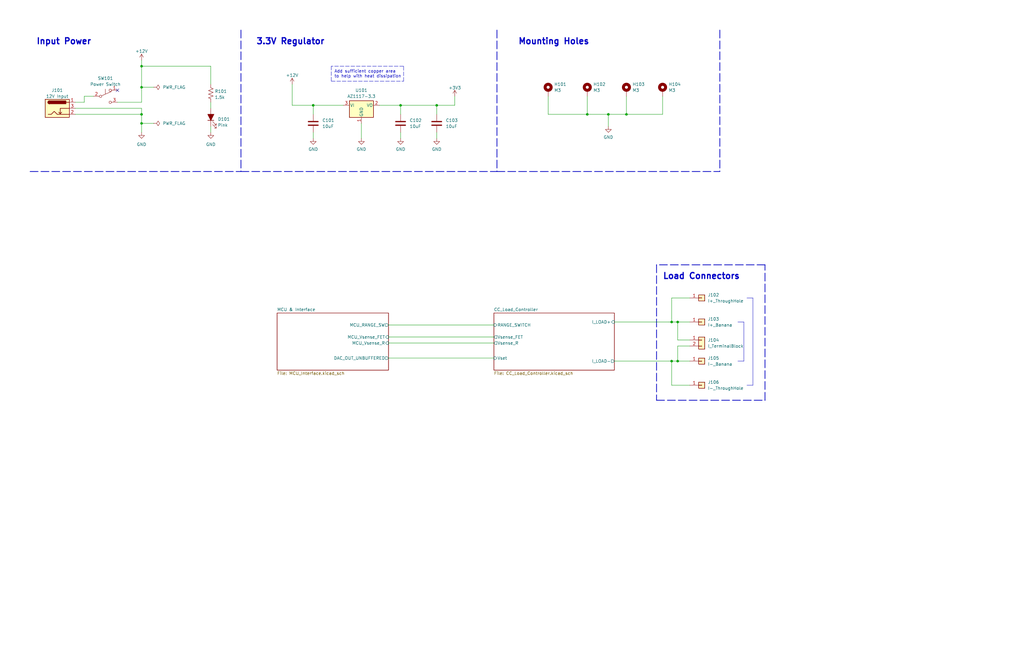
<source format=kicad_sch>
(kicad_sch (version 20211123) (generator eeschema)
  (paper "B")
  (title_block (title "Ampeater") (date "2022-03-14") (rev "0") (comment 1 "Isaac Rex"))
  (lib_symbols
    (symbol "Connector:Barrel_Jack_Switch" (pin_names hide)
      (property "Reference" "J" (at 0 5.334 0))
      (property "Value" "Barrel_Jack_Switch" (at 0 -5.08 0))
      (symbol "Barrel_Jack_Switch_0_1"
        (rectangle (start -5.08 3.81) (end 5.08 -3.81) (stroke (width 0.254)) (fill (type background)))
        (arc (start -3.302 3.175) (mid -3.937 2.54) (end -3.302 1.905) (stroke (width 0.254)))
        (arc (start -3.302 3.175) (mid -3.937 2.54) (end -3.302 1.905) (stroke (width 0.254)) (fill (type outline)))
        (polyline (pts (xy 1.27 -2.286) (xy 1.905 -1.651)) (stroke (width 0.254)))
        (polyline (pts (xy 5.08 2.54) (xy 3.81 2.54)) (stroke (width 0.254)))
        (polyline (pts (xy 5.08 0) (xy 1.27 0) (xy 1.27 -2.286) (xy 0.635 -1.651)) (stroke (width 0.254)))
        (polyline (pts (xy -3.81 -2.54) (xy -2.54 -2.54) (xy -1.27 -1.27) (xy 0 -2.54) (xy 2.54 -2.54) (xy 5.08 -2.54)) (stroke (width 0.254)))
        (rectangle (start 3.683 3.175) (end -3.302 1.905) (stroke (width 0.254)) (fill (type outline)))
      )
      (symbol "Barrel_Jack_Switch_1_1"
        (pin passive line (at 7.62 2.54 180) (length 2.54) (name "~") (number "1"))
        (pin passive line (at 7.62 -2.54 180) (length 2.54) (name "~") (number "2"))
        (pin passive line (at 7.62 0 180) (length 2.54) (name "~") (number "3"))
      )
    )
    (symbol "Connector_Generic:Conn_01x01" (pin_names (offset 1.016) hide)
      (property "Reference" "J" (at 0 2.54 0))
      (property "Value" "Conn_01x01" (at 0 -2.54 0))
      (symbol "Conn_01x01_1_1"
        (rectangle (start -1.27 0.127) (end 0 -0.127) (stroke (width 0.1524)))
        (rectangle (start -1.27 1.27) (end 1.27 -1.27) (stroke (width 0.254)) (fill (type background)))
        (pin passive line (at -5.08 0 0) (length 3.81) (name "Pin_1") (number "1"))
      )
    )
    (symbol "Connector_Generic:Conn_01x02" (pin_names (offset 1.016) hide)
      (property "Reference" "J" (at 0 2.54 0))
      (property "Value" "Conn_01x02" (at 0 -5.08 0))
      (symbol "Conn_01x02_1_1"
        (rectangle (start -1.27 -2.413) (end 0 -2.667) (stroke (width 0.1524)))
        (rectangle (start -1.27 0.127) (end 0 -0.127) (stroke (width 0.1524)))
        (rectangle (start -1.27 1.27) (end 1.27 -3.81) (stroke (width 0.254)) (fill (type background)))
        (pin passive line (at -5.08 0 0) (length 3.81) (name "Pin_1") (number "1"))
        (pin passive line (at -5.08 -2.54 0) (length 3.81) (name "Pin_2") (number "2"))
      )
    )
    (symbol "Device:C" (pin_numbers hide) (pin_names (offset 0.254))
      (property "Reference" "C" (at 0.635 2.54 0))
      (property "Value" "C" (at 0.635 -2.54 0))
      (symbol "C_0_1"
        (polyline (pts (xy -2.032 -0.762) (xy 2.032 -0.762)) (stroke (width 0.508)))
        (polyline (pts (xy -2.032 0.762) (xy 2.032 0.762)) (stroke (width 0.508)))
      )
      (symbol "C_1_1"
        (pin passive line (at 0 3.81 270) (length 2.794) (name "~") (number "1"))
        (pin passive line (at 0 -3.81 90) (length 2.794) (name "~") (number "2"))
      )
    )
    (symbol "Device:LED_Filled" (pin_numbers hide) (pin_names (offset 1.016) hide)
      (property "Reference" "D" (at 0 2.54 0))
      (property "Value" "LED_Filled" (at 0 -2.54 0))
      (symbol "LED_Filled_0_1"
        (polyline (pts (xy -1.27 -1.27) (xy -1.27 1.27)) (stroke (width 0.254)))
        (polyline (pts (xy -1.27 0) (xy 1.27 0)))
        (polyline (pts (xy 1.27 -1.27) (xy 1.27 1.27) (xy -1.27 0) (xy 1.27 -1.27)) (stroke (width 0.254)) (fill (type outline)))
        (polyline (pts (xy -3.048 -0.762) (xy -4.572 -2.286) (xy -3.81 -2.286) (xy -4.572 -2.286) (xy -4.572 -1.524)))
        (polyline (pts (xy -1.778 -0.762) (xy -3.302 -2.286) (xy -2.54 -2.286) (xy -3.302 -2.286) (xy -3.302 -1.524)))
      )
      (symbol "LED_Filled_1_1"
        (pin passive line (at -3.81 0 0) (length 2.54) (name "K") (number "1"))
        (pin passive line (at 3.81 0 180) (length 2.54) (name "A") (number "2"))
      )
    )
    (symbol "Device:R_US" (pin_numbers hide) (pin_names (offset 0))
      (property "Reference" "R" (at 2.54 0 90))
      (property "Value" "R_US" (at -2.54 0 90))
      (symbol "R_US_0_1"
        (polyline (pts (xy 0 -2.286) (xy 0 -2.54)))
        (polyline (pts (xy 0 2.286) (xy 0 2.54)))
        (polyline (pts (xy 0 -0.762) (xy 1.016 -1.143) (xy 0 -1.524) (xy -1.016 -1.905) (xy 0 -2.286)))
        (polyline (pts (xy 0 0.762) (xy 1.016 0.381) (xy 0 0) (xy -1.016 -0.381) (xy 0 -0.762)))
        (polyline (pts (xy 0 2.286) (xy 1.016 1.905) (xy 0 1.524) (xy -1.016 1.143) (xy 0 0.762)))
      )
      (symbol "R_US_1_1"
        (pin passive line (at 0 3.81 270) (length 1.27) (name "~") (number "1"))
        (pin passive line (at 0 -3.81 90) (length 1.27) (name "~") (number "2"))
      )
    )
    (symbol "Mechanical:MountingHole_Pad" (pin_numbers hide) (pin_names (offset 1.016) hide)
      (property "Reference" "H" (at 0 6.35 0))
      (property "Value" "MountingHole_Pad" (at 0 4.445 0))
      (symbol "MountingHole_Pad_0_1"
        (circle (center 0 1.27) (radius 1.27) (stroke (width 1.27)))
      )
      (symbol "MountingHole_Pad_1_1"
        (pin input line (at 0 -2.54 90) (length 2.54) (name "1") (number "1"))
      )
    )
    (symbol "Regulator_Linear:AZ1117-3.3" (pin_names (offset 0.254))
      (property "Reference" "U" (at -3.81 3.175 0))
      (property "Value" "AZ1117-3.3" (at 0 3.175 0))
      (symbol "AZ1117-3.3_0_1"
        (rectangle (start -5.08 1.905) (end 5.08 -5.08) (stroke (width 0.254)) (fill (type background)))
      )
      (symbol "AZ1117-3.3_1_1"
        (pin power_in line (at 0 -7.62 90) (length 2.54) (name "GND") (number "1"))
        (pin power_out line (at 7.62 0 180) (length 2.54) (name "VO") (number "2"))
        (pin power_in line (at -7.62 0 0) (length 2.54) (name "VI") (number "3"))
      )
    )
    (symbol "Switch:SW_Push_SPDT" (pin_names (offset 0) hide)
      (property "Reference" "SW" (at 0 4.318 0))
      (property "Value" "SW_Push_SPDT" (at 0 -5.08 0))
      (symbol "SW_Push_SPDT_0_0"
        (circle (center -2.032 0) (radius 0.508))
        (polyline (pts (xy 0 1.016) (xy 0 3.048)))
        (circle (center 2.032 -2.54) (radius 0.508))
      )
      (symbol "SW_Push_SPDT_0_1"
        (polyline (pts (xy -1.524 0.254) (xy 2.54 2.032)))
        (circle (center 2.032 2.54) (radius 0.508))
      )
      (symbol "SW_Push_SPDT_1_1"
        (pin passive line (at 5.08 2.54 180) (length 2.54) (name "A") (number "1"))
        (pin passive line (at -5.08 0 0) (length 2.54) (name "B") (number "2"))
        (pin passive line (at 5.08 -2.54 180) (length 2.54) (name "C") (number "3"))
      )
    )
    (symbol "power:+12V" (power) (pin_names (offset 0))
      (property "Value" "+12V" (at 0 3.556 0))
      (symbol "+12V_0_1"
        (polyline (pts (xy -0.762 1.27) (xy 0 2.54)))
        (polyline (pts (xy 0 0) (xy 0 2.54)))
        (polyline (pts (xy 0 2.54) (xy 0.762 1.27)))
      )
      (symbol "+12V_1_1"
        (pin power_in line (at 0 0 90) (length 0) hide (name "+12V") (number "1"))
      )
    )
    (symbol "power:+3V3" (power) (pin_names (offset 0))
      (property "Value" "+3V3" (at 0 3.556 0))
      (symbol "+3V3_0_1"
        (polyline (pts (xy -0.762 1.27) (xy 0 2.54)))
        (polyline (pts (xy 0 0) (xy 0 2.54)))
        (polyline (pts (xy 0 2.54) (xy 0.762 1.27)))
      )
      (symbol "+3V3_1_1"
        (pin power_in line (at 0 0 90) (length 0) hide (name "+3V3") (number "1"))
      )
    )
    (symbol "power:GND" (power) (pin_names (offset 0))
      (property "Value" "GND" (at 0 -3.81 0))
      (symbol "GND_0_1"
        (polyline (pts (xy 0 0) (xy 0 -1.27) (xy 1.27 -1.27) (xy 0 -2.54) (xy -1.27 -1.27) (xy 0 -1.27)))
      )
      (symbol "GND_1_1"
        (pin power_in line (at 0 0 270) (length 0) hide (name "GND") (number "1"))
      )
    )
    (symbol "power:PWR_FLAG" (power) (pin_numbers hide) (pin_names (offset 0) hide)
      (property "Value" "PWR_FLAG" (at 0 3.81 0))
      (symbol "PWR_FLAG_0_0"
        (pin power_out line (at 0 0 90) (length 0) (name "pwr") (number "1"))
      )
      (symbol "PWR_FLAG_0_1"
        (polyline (pts (xy 0 0) (xy 0 1.27) (xy -1.016 1.905) (xy 0 2.54) (xy 1.016 1.905) (xy 0 1.27)))
      )
    )
  )
  (junction (at 59.69 52.07))
  (junction (at 132.08 44.45))
  (junction (at 184.15 44.45))
  (junction (at 59.69 36.83))
  (junction (at 256.54 48.26))
  (junction (at 283.21 152.4))
  (junction (at 283.21 135.89))
  (junction (at 285.75 135.89))
  (junction (at 168.91 44.45))
  (junction (at 285.75 152.4))
  (junction (at 59.69 27.94))
  (junction (at 59.69 48.26))
  (junction (at 247.65 48.26))
  (junction (at 264.16 48.26))
  (no_connect (at 49.53 38.1))
  (wire (pts (xy 285.75 135.89) (xy 290.83 135.89)))
  (wire (pts (xy 163.83 144.78) (xy 208.28 144.78)))
  (wire (pts (xy 264.16 48.26) (xy 279.4 48.26)))
  (wire (pts (xy 88.9 27.94) (xy 59.69 27.94)))
  (polyline (pts (xy 139.7 34.29) (xy 170.18 34.29)))
  (polyline (pts (xy 303.53 12.7) (xy 303.53 72.39)) (stroke (width 0.3048)))
  (wire (pts (xy 163.83 142.24) (xy 208.28 142.24)))
  (wire (pts (xy 279.4 48.26) (xy 279.4 40.64)))
  (wire (pts (xy 59.69 52.07) (xy 64.77 52.07)))
  (wire (pts (xy 259.08 152.4) (xy 283.21 152.4)))
  (wire (pts (xy 283.21 162.56) (xy 283.21 152.4)))
  (wire (pts (xy 184.15 55.88) (xy 184.15 58.42)))
  (wire (pts (xy 59.69 52.07) (xy 59.69 55.88)))
  (wire (pts (xy 31.75 48.26) (xy 59.69 48.26)))
  (wire (pts (xy 163.83 151.13) (xy 208.28 151.13)))
  (wire (pts (xy 59.69 45.72) (xy 59.69 48.26)))
  (wire (pts (xy 132.08 44.45) (xy 144.78 44.45)))
  (polyline (pts (xy 314.96 125.73) (xy 317.5 125.73)) (stroke (width 0) (type solid)))
  (polyline (pts (xy 322.58 111.76) (xy 276.86 111.76)) (stroke (width 0.3048)))
  (wire (pts (xy 256.54 48.26) (xy 256.54 53.34)))
  (wire (pts (xy 31.75 45.72) (xy 59.69 45.72)))
  (wire (pts (xy 35.56 43.18) (xy 35.56 40.64)))
  (polyline (pts (xy 101.6 72.39) (xy 209.55 72.39)) (stroke (width 0.3048)))
  (polyline (pts (xy 311.15 135.89) (xy 313.69 135.89)) (stroke (width 0) (type solid)))
  (wire (pts (xy 247.65 48.26) (xy 256.54 48.26)))
  (wire (pts (xy 132.08 44.45) (xy 123.19 44.45)))
  (wire (pts (xy 285.75 152.4) (xy 290.83 152.4)))
  (wire (pts (xy 49.53 43.18) (xy 59.69 43.18)))
  (polyline (pts (xy 139.7 27.94) (xy 139.7 34.29)))
  (wire (pts (xy 132.08 55.88) (xy 132.08 58.42)))
  (wire (pts (xy 168.91 44.45) (xy 168.91 48.26)))
  (wire (pts (xy 184.15 44.45) (xy 191.77 44.45)))
  (wire (pts (xy 59.69 36.83) (xy 59.69 43.18)))
  (polyline (pts (xy 209.55 72.39) (xy 303.53 72.39)) (stroke (width 0.3048)))
  (wire (pts (xy 168.91 44.45) (xy 184.15 44.45)))
  (polyline (pts (xy 276.86 111.76) (xy 276.86 168.91)) (stroke (width 0.3048)))
  (wire (pts (xy 231.14 48.26) (xy 247.65 48.26)))
  (wire (pts (xy 160.02 44.45) (xy 168.91 44.45)))
  (wire (pts (xy 290.83 146.05) (xy 285.75 146.05)))
  (wire (pts (xy 290.83 125.73) (xy 283.21 125.73)))
  (wire (pts (xy 256.54 48.26) (xy 264.16 48.26)))
  (polyline (pts (xy 170.18 34.29) (xy 170.18 27.94)))
  (wire (pts (xy 283.21 125.73) (xy 283.21 135.89)))
  (wire (pts (xy 290.83 162.56) (xy 283.21 162.56)))
  (polyline (pts (xy 276.86 168.91) (xy 322.58 168.91)) (stroke (width 0.3048)))
  (wire (pts (xy 88.9 35.56) (xy 88.9 27.94)))
  (wire (pts (xy 35.56 40.64) (xy 39.37 40.64)))
  (wire (pts (xy 88.9 43.18) (xy 88.9 45.72)))
  (wire (pts (xy 168.91 55.88) (xy 168.91 58.42)))
  (wire (pts (xy 285.75 146.05) (xy 285.75 152.4)))
  (wire (pts (xy 283.21 152.4) (xy 285.75 152.4)))
  (wire (pts (xy 59.69 27.94) (xy 59.69 36.83)))
  (wire (pts (xy 264.16 40.64) (xy 264.16 48.26)))
  (polyline (pts (xy 170.18 27.94) (xy 139.7 27.94)))
  (wire (pts (xy 31.75 43.18) (xy 35.56 43.18)))
  (polyline (pts (xy 311.15 152.4) (xy 313.69 152.4)) (stroke (width 0) (type solid)))
  (wire (pts (xy 59.69 48.26) (xy 59.69 52.07)))
  (wire (pts (xy 247.65 40.64) (xy 247.65 48.26)))
  (polyline (pts (xy 322.58 168.91) (xy 322.58 111.76)) (stroke (width 0.3048)))
  (wire (pts (xy 132.08 44.45) (xy 132.08 48.26)))
  (wire (pts (xy 285.75 143.51) (xy 285.75 135.89)))
  (wire (pts (xy 152.4 52.07) (xy 152.4 58.42)))
  (wire (pts (xy 184.15 44.45) (xy 184.15 48.26)))
  (polyline (pts (xy 313.69 135.89) (xy 313.69 152.4)) (stroke (width 0) (type solid)))
  (polyline (pts (xy 101.6 12.7) (xy 101.6 72.39)) (stroke (width 0.3048)))
  (wire (pts (xy 88.9 53.34) (xy 88.9 55.88)))
  (polyline (pts (xy 317.5 125.73) (xy 317.5 162.56)) (stroke (width 0) (type solid)))
  (wire (pts (xy 231.14 40.64) (xy 231.14 48.26)))
  (wire (pts (xy 283.21 135.89) (xy 285.75 135.89)))
  (polyline (pts (xy 12.7 72.39) (xy 101.6 72.39)) (stroke (width 0.3048)))
  (wire (pts (xy 163.83 137.16) (xy 208.28 137.16)))
  (wire (pts (xy 290.83 143.51) (xy 285.75 143.51)))
  (polyline (pts (xy 314.96 162.56) (xy 317.5 162.56)) (stroke (width 0) (type solid)))
  (polyline (pts (xy 209.55 12.7) (xy 209.55 72.39)) (stroke (width 0.3048)))
  (wire (pts (xy 123.19 35.56) (xy 123.19 44.45)))
  (wire (pts (xy 59.69 36.83) (xy 64.77 36.83)))
  (wire (pts (xy 191.77 40.64) (xy 191.77 44.45)))
  (wire (pts (xy 259.08 135.89) (xy 283.21 135.89)))
  (wire (pts (xy 59.69 25.4) (xy 59.69 27.94)))
  (text "3.3V Regulator" (at 107.95 19.05 0) (effects (font (size 2.54 2.54) (thickness 0.508) bold) (justify left bottom)))
  (text "Mounting Holes" (at 218.44 19.05 0) (effects (font (size 2.54 2.54) (thickness 0.508) bold) (justify left bottom)))
  (text "Load Connectors" (at 279.4 118.11 0) (effects (font (size 2.54 2.54) (thickness 0.508) bold) (justify left bottom)))
  (text "Add sufficient copper area\nto help with heat dissipation" (at 140.97 33.02 0) (effects (font (size 1.27 1.27)) (justify left bottom)))
  (text "Input Power" (at 15.24 19.05 0) (effects (font (size 2.54 2.54) (thickness 0.508) bold) (justify left bottom)))
  (symbol (lib_id "power:GND") (at 256.54 53.34 0) (unit 1)
    (property "Reference" "#PWR0109" (effects hide))
    (property "Value" "GND" (at 256.54 57.9025 0))
  )
  (symbol (lib_id "Device:LED_Filled") (at 88.9 49.53 90) (unit 1)
    (property "Reference" "D101" (at 91.821 50.2828 90) (effects (justify right)))
    (property "Value" "Pink" (at 91.821 52.8197 90) (effects (justify right)))
    (property "Footprint" "irex_LED_SMD:LED_Kingbright_AA3528V_3.5x2.8mm_handsolder" (effects hide))
    (property "Digi-Key PN" "754-1534-1-ND" (effects hide))
  )
  (symbol (lib_id "power:GND") (at 88.9 55.88 0) (unit 1)
    (property "Reference" "#PWR0110" (effects hide))
    (property "Value" "GND" (at 88.9 60.96 0))
  )
  (symbol (lib_id "Connector:Barrel_Jack_Switch") (at 24.13 45.72 0) (unit 1)
    (property "Reference" "J101" (at 24.13 38.1 0))
    (property "Value" "12V Input" (at 24.13 40.64 0))
    (property "Footprint" "Connector_BarrelJack:BarrelJack_CUI_PJ-102AH_Horizontal" (effects hide))
    (property "Digi-Key PN" "CP-102AH-ND" (effects hide))
  )
  (symbol (lib_id "Mechanical:MountingHole_Pad") (at 279.4 38.1 0) (unit 1)
    (property "Reference" "H104" (at 281.94 35.5599 0) (effects (justify left)))
    (property "Value" "M3" (at 281.94 38.0999 0) (effects (justify left)))
    (property "Footprint" "MountingHole:MountingHole_3.2mm_M3_Pad" (effects hide))
  )
  (symbol (lib_id "Connector_Generic:Conn_01x01") (at 295.91 135.89 0) (unit 1)
    (property "Reference" "J103" (at 298.45 134.6199 0) (effects (justify left)))
    (property "Value" "I+_Banana" (at 298.45 137.1599 0) (effects (justify left)))
    (property "Footprint" "Connector:CalTest_CT3151" (effects hide))
    (property "Digi-Key PN" "BKCT3151SP-4-ND" (effects hide))
  )
  (symbol (lib_id "Switch:SW_Push_SPDT") (at 44.45 40.64 0) (unit 1)
    (property "Reference" "SW101" (at 44.45 33.02 0))
    (property "Value" "Power Switch" (at 44.45 35.56 0))
    (property "Footprint" "irex_Button_Switch_THT:SW_E-Switch_EG1271_SPDT" (effects hide))
    (property "Digi-Key PN" "EG1918-ND" (effects hide))
  )
  (symbol (lib_id "power:GND") (at 59.69 55.88 0) (unit 1)
    (property "Reference" "#PWR0102" (effects hide))
    (property "Value" "GND" (at 59.69 60.96 0))
  )
  (symbol (lib_id "power:+12V") (at 59.69 25.4 0) (unit 1)
    (property "Reference" "#PWR0101" (effects hide))
    (property "Value" "+12V" (at 59.69 21.59 0))
  )
  (symbol (lib_id "Device:C") (at 132.08 52.07 0) (unit 1)
    (property "Reference" "C101" (at 135.89 50.8 0) (effects (justify left)))
    (property "Value" "10uF" (at 135.89 53.34 0) (effects (justify left)))
    (property "Footprint" "Capacitor_SMD:C_0603_1608Metric" (effects hide))
    (property "Digi-Key PN" "490-18214-1-ND" (effects hide))
  )
  (symbol (lib_id "Connector_Generic:Conn_01x02") (at 295.91 143.51 0) (unit 1)
    (property "Reference" "J104" (at 298.45 143.5099 0) (effects (justify left)))
    (property "Value" "I_TerminalBlock" (at 298.45 146.0499 0) (effects (justify left)))
    (property "Footprint" "TerminalBlock_Philmore:TerminalBlock_Philmore_TB132_1x02_P5.00mm_Horizontal" (effects hide))
    (property "Digi-Key PN" "732-10955-ND" (effects hide))
  )
  (symbol (lib_id "power:PWR_FLAG") (at 64.77 36.83 270) (unit 1)
    (property "Reference" "#FLG0101" (effects hide))
    (property "Value" "PWR_FLAG" (at 68.58 36.83 90) (effects (justify left)))
  )
  (symbol (lib_id "power:+12V") (at 123.19 35.56 0) (unit 1)
    (property "Reference" "#PWR0103" (effects hide))
    (property "Value" "+12V" (at 123.19 31.75 0))
  )
  (symbol (lib_id "Connector_Generic:Conn_01x01") (at 295.91 125.73 0) (unit 1)
    (property "Reference" "J102" (at 298.45 124.4599 0) (effects (justify left)))
    (property "Value" "I+_ThroughHole" (at 298.45 126.9999 0) (effects (justify left)))
    (property "Footprint" "TestPoint:TestPoint_THTPad_D4.0mm_Drill2.0mm" (effects hide))
  )
  (symbol (lib_id "power:GND") (at 132.08 58.42 0) (unit 1)
    (property "Reference" "#PWR0104" (effects hide))
    (property "Value" "GND" (at 132.08 62.9825 0))
  )
  (symbol (lib_id "Connector_Generic:Conn_01x01") (at 295.91 152.4 0) (unit 1)
    (property "Reference" "J105" (at 298.45 151.1299 0) (effects (justify left)))
    (property "Value" "I-_Banana" (at 298.45 153.6699 0) (effects (justify left)))
    (property "Footprint" "Connector:CalTest_CT3151" (effects hide))
    (property "Digi-Key PN" "BKCT3151SP-6-ND" (effects hide))
  )
  (symbol (lib_id "Connector_Generic:Conn_01x01") (at 295.91 162.56 0) (unit 1)
    (property "Reference" "J106" (at 298.45 161.2899 0) (effects (justify left)))
    (property "Value" "I-_ThroughHole" (at 298.45 163.8299 0) (effects (justify left)))
    (property "Footprint" "TestPoint:TestPoint_THTPad_D4.0mm_Drill2.0mm" (effects hide))
  )
  (symbol (lib_id "Mechanical:MountingHole_Pad") (at 231.14 38.1 0) (unit 1)
    (property "Reference" "H101" (at 233.68 35.5599 0) (effects (justify left)))
    (property "Value" "M3" (at 233.68 38.0999 0) (effects (justify left)))
    (property "Footprint" "MountingHole:MountingHole_3.2mm_M3_Pad" (effects hide))
  )
  (symbol (lib_id "Device:R_US") (at 88.9 39.37 0) (unit 1)
    (property "Reference" "R101" (at 90.551 38.5353 0) (effects (justify left)))
    (property "Value" "1.5k" (at 90.551 41.0722 0) (effects (justify left)))
    (property "Footprint" "Resistor_SMD:R_0603_1608Metric" (effects hide))
    (property "Digi-Key PN" "A121524CT-ND" (effects hide))
  )
  (symbol (lib_id "power:PWR_FLAG") (at 64.77 52.07 270) (unit 1)
    (property "Reference" "#FLG0102" (effects hide))
    (property "Value" "PWR_FLAG" (at 68.58 52.07 90) (effects (justify left)))
  )
  (symbol (lib_id "Mechanical:MountingHole_Pad") (at 264.16 38.1 0) (unit 1)
    (property "Reference" "H103" (at 266.7 35.5599 0) (effects (justify left)))
    (property "Value" "M3" (at 266.7 38.0999 0) (effects (justify left)))
    (property "Footprint" "MountingHole:MountingHole_3.2mm_M3_Pad" (effects hide))
  )
  (symbol (lib_id "power:+3V3") (at 191.77 40.64 0) (unit 1)
    (property "Reference" "#PWR0108" (effects hide))
    (property "Value" "+3V3" (at 191.77 37.0355 0))
  )
  (symbol (lib_id "Device:C") (at 168.91 52.07 0) (unit 1)
    (property "Reference" "C102" (at 172.72 50.8 0) (effects (justify left)))
    (property "Value" "10uF" (at 172.72 53.34 0) (effects (justify left)))
    (property "Footprint" "Capacitor_SMD:C_0603_1608Metric" (effects hide))
    (property "Digi-Key PN" "490-18214-1-ND" (effects hide))
  )
  (symbol (lib_id "power:GND") (at 184.15 58.42 0) (unit 1)
    (property "Reference" "#PWR0107" (effects hide))
    (property "Value" "GND" (at 184.15 62.9825 0))
  )
  (symbol (lib_id "Device:C") (at 184.15 52.07 0) (unit 1)
    (property "Reference" "C103" (at 187.96 50.8 0) (effects (justify left)))
    (property "Value" "10uF" (at 187.96 53.34 0) (effects (justify left)))
    (property "Footprint" "Capacitor_SMD:C_0603_1608Metric" (effects hide))
    (property "Digi-Key PN" "490-18214-1-ND" (effects hide))
  )
  (symbol (lib_id "power:GND") (at 168.91 58.42 0) (unit 1)
    (property "Reference" "#PWR0106" (effects hide))
    (property "Value" "GND" (at 168.91 62.9825 0))
  )
  (symbol (lib_id "Mechanical:MountingHole_Pad") (at 247.65 38.1 0) (unit 1)
    (property "Reference" "H102" (at 250.19 35.5599 0) (effects (justify left)))
    (property "Value" "M3" (at 250.19 38.0999 0) (effects (justify left)))
    (property "Footprint" "MountingHole:MountingHole_3.2mm_M3_Pad" (effects hide))
  )
  (symbol (lib_id "power:GND") (at 152.4 58.42 0) (unit 1)
    (property "Reference" "#PWR0105" (effects hide))
    (property "Value" "GND" (at 152.4 62.9825 0))
  )
  (symbol (lib_id "Regulator_Linear:AZ1117-3.3") (at 152.4 44.45 0) (unit 1)
    (property "Reference" "U101" (at 152.4 38.1 0))
    (property "Value" "AZ1117-3.3" (at 152.4 40.64 0))
    (property "Footprint" "Package_TO_SOT_SMD:TO-252-2" (effects hide))
    (property "Datasheet" "https://www.diodes.com/assets/Datasheets/AZ1117.pdf" (effects hide))
    (property "Digi-Key PN" "AZ1117CD-3.3TRG1DICT-ND" (effects hide))
  )
  (sheet (at 208.28 132.08) (size 50.8 24.13) (stroke (width 0.1524))
    (property "Sheet name" "CC_Load_Controller" (at 208.28 131.3684 0) (effects (justify left bottom)))
    (property "Sheet file" "CC_Load_Controller.kicad_sch" (at 208.28 156.7946 0) (effects (justify left top)))
    (pin "Vsense_R" output (at 208.28 144.78 180))
    (pin "RANGE_SWITCH" input (at 208.28 137.16 180))
    (pin "I_LOAD-" output (at 259.08 152.4 0))
    (pin "I_LOAD+" input (at 259.08 135.89 0))
    (pin "Vset" input (at 208.28 151.13 180))
    (pin "Vsense_FET" output (at 208.28 142.24 180))
  )
  (sheet (at 116.84 132.08) (size 46.99 24.13) (stroke (width 0.1524))
    (property "Sheet name" "MCU & Interface" (at 116.84 131.3684 0) (effects (justify left bottom)))
    (property "Sheet file" "MCU_Interface.kicad_sch" (at 116.84 156.7946 0) (effects (justify left top)))
    (pin "MCU_Vsense_FET" input (at 163.83 142.24 0))
    (pin "MCU_Vsense_R" input (at 163.83 144.78 0))
    (pin "MCU_RANGE_SW" output (at 163.83 137.16 0))
    (pin "DAC_OUT_UNBUFFERED" output (at 163.83 151.13 0))
  )
)
</source>
